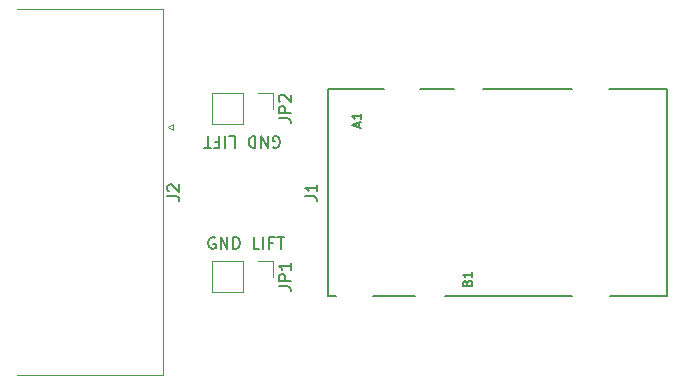
<source format=gbr>
%TF.GenerationSoftware,KiCad,Pcbnew,(5.1.10-1-10_14)*%
%TF.CreationDate,2021-07-06T11:09:29-07:00*%
%TF.ProjectId,BarixAnalogDB9-RJ45,42617269-7841-46e6-916c-6f674442392d,rev?*%
%TF.SameCoordinates,Original*%
%TF.FileFunction,Legend,Top*%
%TF.FilePolarity,Positive*%
%FSLAX46Y46*%
G04 Gerber Fmt 4.6, Leading zero omitted, Abs format (unit mm)*
G04 Created by KiCad (PCBNEW (5.1.10-1-10_14)) date 2021-07-06 11:09:29*
%MOMM*%
%LPD*%
G01*
G04 APERTURE LIST*
%ADD10C,0.200000*%
%ADD11C,0.120000*%
%ADD12C,0.150000*%
G04 APERTURE END LIST*
D10*
%TO.C,J1*%
X144577000Y-105763000D02*
X143917000Y-105763000D01*
X143917000Y-105763000D02*
X143917000Y-88293000D01*
X143917000Y-88293000D02*
X148577000Y-88293000D01*
X147677000Y-105763000D02*
X151277000Y-105763000D01*
X153777000Y-105763000D02*
X164577000Y-105763000D01*
X167777000Y-105763000D02*
X172567000Y-105763000D01*
X172567000Y-105763000D02*
X172567000Y-88293000D01*
X172567000Y-88293000D02*
X167677000Y-88293000D01*
X156977000Y-88293000D02*
X164577000Y-88293000D01*
X151677000Y-88293000D02*
X154577000Y-88293000D01*
D11*
%TO.C,J2*%
X117547001Y-81515339D02*
X129887001Y-81515339D01*
X129887001Y-81515339D02*
X129887001Y-112485339D01*
X129887001Y-112485339D02*
X117547001Y-112485339D01*
X130781339Y-91210339D02*
X130781339Y-91710339D01*
X130781339Y-91710339D02*
X130348326Y-91460339D01*
X130348326Y-91460339D02*
X130781339Y-91210339D01*
%TO.C,JP1*%
X134052000Y-102810000D02*
X134052000Y-105470000D01*
X136652000Y-102810000D02*
X134052000Y-102810000D01*
X136652000Y-105470000D02*
X134052000Y-105470000D01*
X136652000Y-102810000D02*
X136652000Y-105470000D01*
X137922000Y-102810000D02*
X139252000Y-102810000D01*
X139252000Y-102810000D02*
X139252000Y-104140000D01*
%TO.C,JP2*%
X139252000Y-88586000D02*
X139252000Y-89916000D01*
X137922000Y-88586000D02*
X139252000Y-88586000D01*
X136652000Y-88586000D02*
X136652000Y-91246000D01*
X136652000Y-91246000D02*
X134052000Y-91246000D01*
X136652000Y-88586000D02*
X134052000Y-88586000D01*
X134052000Y-88586000D02*
X134052000Y-91246000D01*
%TO.C,J1*%
D12*
X141946380Y-97361333D02*
X142660666Y-97361333D01*
X142803523Y-97408952D01*
X142898761Y-97504190D01*
X142946380Y-97647047D01*
X142946380Y-97742285D01*
X142946380Y-96361333D02*
X142946380Y-96932761D01*
X142946380Y-96647047D02*
X141946380Y-96647047D01*
X142089238Y-96742285D01*
X142184476Y-96837523D01*
X142232095Y-96932761D01*
X146470333Y-91489428D02*
X146470333Y-91108476D01*
X146698904Y-91565619D02*
X145898904Y-91298952D01*
X146698904Y-91032285D01*
X146698904Y-90346571D02*
X146698904Y-90803714D01*
X146698904Y-90575142D02*
X145898904Y-90575142D01*
X146013190Y-90651333D01*
X146089380Y-90727523D01*
X146127476Y-90803714D01*
X155654857Y-104696809D02*
X155692952Y-104582523D01*
X155731047Y-104544428D01*
X155807238Y-104506333D01*
X155921523Y-104506333D01*
X155997714Y-104544428D01*
X156035809Y-104582523D01*
X156073904Y-104658714D01*
X156073904Y-104963476D01*
X155273904Y-104963476D01*
X155273904Y-104696809D01*
X155312000Y-104620619D01*
X155350095Y-104582523D01*
X155426285Y-104544428D01*
X155502476Y-104544428D01*
X155578666Y-104582523D01*
X155616761Y-104620619D01*
X155654857Y-104696809D01*
X155654857Y-104963476D01*
X156073904Y-103744428D02*
X156073904Y-104201571D01*
X156073904Y-103973000D02*
X155273904Y-103973000D01*
X155388190Y-104049190D01*
X155464380Y-104125380D01*
X155502476Y-104201571D01*
%TO.C,J2*%
X130279381Y-97333672D02*
X130993667Y-97333672D01*
X131136524Y-97381291D01*
X131231762Y-97476529D01*
X131279381Y-97619386D01*
X131279381Y-97714624D01*
X130374620Y-96905100D02*
X130327001Y-96857481D01*
X130279381Y-96762243D01*
X130279381Y-96524148D01*
X130327001Y-96428910D01*
X130374620Y-96381291D01*
X130469858Y-96333672D01*
X130565096Y-96333672D01*
X130707953Y-96381291D01*
X131279381Y-96952719D01*
X131279381Y-96333672D01*
%TO.C,JP1*%
X139704380Y-104973333D02*
X140418666Y-104973333D01*
X140561523Y-105020952D01*
X140656761Y-105116190D01*
X140704380Y-105259047D01*
X140704380Y-105354285D01*
X140704380Y-104497142D02*
X139704380Y-104497142D01*
X139704380Y-104116190D01*
X139752000Y-104020952D01*
X139799619Y-103973333D01*
X139894857Y-103925714D01*
X140037714Y-103925714D01*
X140132952Y-103973333D01*
X140180571Y-104020952D01*
X140228190Y-104116190D01*
X140228190Y-104497142D01*
X140704380Y-102973333D02*
X140704380Y-103544761D01*
X140704380Y-103259047D02*
X139704380Y-103259047D01*
X139847238Y-103354285D01*
X139942476Y-103449523D01*
X139990095Y-103544761D01*
X134310761Y-100846000D02*
X134215523Y-100798380D01*
X134072666Y-100798380D01*
X133929809Y-100846000D01*
X133834571Y-100941238D01*
X133786952Y-101036476D01*
X133739333Y-101226952D01*
X133739333Y-101369809D01*
X133786952Y-101560285D01*
X133834571Y-101655523D01*
X133929809Y-101750761D01*
X134072666Y-101798380D01*
X134167904Y-101798380D01*
X134310761Y-101750761D01*
X134358380Y-101703142D01*
X134358380Y-101369809D01*
X134167904Y-101369809D01*
X134786952Y-101798380D02*
X134786952Y-100798380D01*
X135358380Y-101798380D01*
X135358380Y-100798380D01*
X135834571Y-101798380D02*
X135834571Y-100798380D01*
X136072666Y-100798380D01*
X136215523Y-100846000D01*
X136310761Y-100941238D01*
X136358380Y-101036476D01*
X136406000Y-101226952D01*
X136406000Y-101369809D01*
X136358380Y-101560285D01*
X136310761Y-101655523D01*
X136215523Y-101750761D01*
X136072666Y-101798380D01*
X135834571Y-101798380D01*
X138072666Y-101798380D02*
X137596476Y-101798380D01*
X137596476Y-100798380D01*
X138406000Y-101798380D02*
X138406000Y-100798380D01*
X139215523Y-101274571D02*
X138882190Y-101274571D01*
X138882190Y-101798380D02*
X138882190Y-100798380D01*
X139358380Y-100798380D01*
X139596476Y-100798380D02*
X140167904Y-100798380D01*
X139882190Y-101798380D02*
X139882190Y-100798380D01*
%TO.C,JP2*%
X139704380Y-90749333D02*
X140418666Y-90749333D01*
X140561523Y-90796952D01*
X140656761Y-90892190D01*
X140704380Y-91035047D01*
X140704380Y-91130285D01*
X140704380Y-90273142D02*
X139704380Y-90273142D01*
X139704380Y-89892190D01*
X139752000Y-89796952D01*
X139799619Y-89749333D01*
X139894857Y-89701714D01*
X140037714Y-89701714D01*
X140132952Y-89749333D01*
X140180571Y-89796952D01*
X140228190Y-89892190D01*
X140228190Y-90273142D01*
X139799619Y-89320761D02*
X139752000Y-89273142D01*
X139704380Y-89177904D01*
X139704380Y-88939809D01*
X139752000Y-88844571D01*
X139799619Y-88796952D01*
X139894857Y-88749333D01*
X139990095Y-88749333D01*
X140132952Y-88796952D01*
X140704380Y-89368380D01*
X140704380Y-88749333D01*
X139247238Y-93210000D02*
X139342476Y-93257619D01*
X139485333Y-93257619D01*
X139628190Y-93210000D01*
X139723428Y-93114761D01*
X139771047Y-93019523D01*
X139818666Y-92829047D01*
X139818666Y-92686190D01*
X139771047Y-92495714D01*
X139723428Y-92400476D01*
X139628190Y-92305238D01*
X139485333Y-92257619D01*
X139390095Y-92257619D01*
X139247238Y-92305238D01*
X139199619Y-92352857D01*
X139199619Y-92686190D01*
X139390095Y-92686190D01*
X138771047Y-92257619D02*
X138771047Y-93257619D01*
X138199619Y-92257619D01*
X138199619Y-93257619D01*
X137723428Y-92257619D02*
X137723428Y-93257619D01*
X137485333Y-93257619D01*
X137342476Y-93210000D01*
X137247238Y-93114761D01*
X137199619Y-93019523D01*
X137152000Y-92829047D01*
X137152000Y-92686190D01*
X137199619Y-92495714D01*
X137247238Y-92400476D01*
X137342476Y-92305238D01*
X137485333Y-92257619D01*
X137723428Y-92257619D01*
X135485333Y-92257619D02*
X135961523Y-92257619D01*
X135961523Y-93257619D01*
X135152000Y-92257619D02*
X135152000Y-93257619D01*
X134342476Y-92781428D02*
X134675809Y-92781428D01*
X134675809Y-92257619D02*
X134675809Y-93257619D01*
X134199619Y-93257619D01*
X133961523Y-93257619D02*
X133390095Y-93257619D01*
X133675809Y-92257619D02*
X133675809Y-93257619D01*
%TD*%
M02*

</source>
